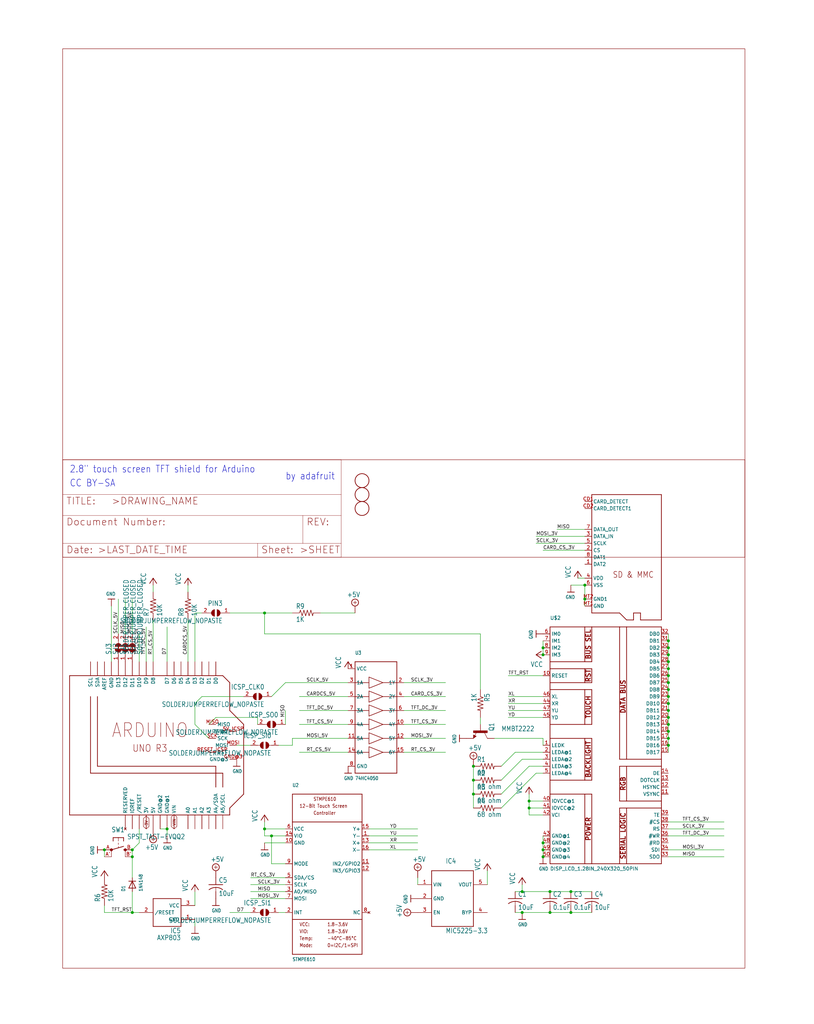
<source format=kicad_sch>
(kicad_sch (version 20211123) (generator eeschema)
  (paper "User" 297.002 373.38)
  (lib_symbols
    (symbol "schematicEagle-eagle-import:+5V" (power)
      (property "Value" "+5V" (at -1.905 3.175 0))
      (symbol "+5V_1_0"
        (pin power_in line (at 0 -2.54 90) (length 2.54) (name "+5V") (number "1"))
      )
    )
    (symbol "schematicEagle-eagle-import:-NPN-SOT23-BEC"
      (property "Reference" "T" (at -10.16 7.62 0))
      (property "Value" "-NPN-SOT23-BEC" (at -10.16 5.08 0))
      (symbol "-NPN-SOT23-BEC_1_0"
        (pin passive line (at -2.54 0 0) (length 2.54) (name "B") (number "B"))
        (pin passive line (at 2.54 5.08 270) (length 2.54) (name "C") (number "C"))
        (pin passive line (at 2.54 -5.08 90) (length 2.54) (name "E") (number "E"))
      )
    )
    (symbol "schematicEagle-eagle-import:74HC4050D"
      (property "Reference" "U" (at -7.62 22.86 0))
      (property "Value" "74HC4050D" (at -7.62 -22.86 0))
      (symbol "74HC4050D_1_0"
        (pin bidirectional line (at -10.16 17.78 0) (length 2.54) (name "VCC") (number "1"))
        (pin bidirectional line (at 10.16 -2.54 180) (length 2.54) (name "4Y") (number "10"))
        (pin bidirectional line (at -10.16 -7.62 0) (length 2.54) (name "5A") (number "11"))
        (pin bidirectional line (at 10.16 -7.62 180) (length 2.54) (name "5Y") (number "12"))
        (pin bidirectional line (at -10.16 -12.7 0) (length 2.54) (name "6A") (number "14"))
        (pin bidirectional line (at 10.16 -12.7 180) (length 2.54) (name "6Y") (number "15"))
        (pin bidirectional line (at 10.16 12.7 180) (length 2.54) (name "1Y") (number "2"))
        (pin bidirectional line (at -10.16 12.7 0) (length 2.54) (name "1A") (number "3"))
        (pin bidirectional line (at 10.16 7.62 180) (length 2.54) (name "2Y") (number "4"))
        (pin bidirectional line (at -10.16 7.62 0) (length 2.54) (name "2A") (number "5"))
        (pin bidirectional line (at 10.16 2.54 180) (length 2.54) (name "3Y") (number "6"))
        (pin bidirectional line (at -10.16 2.54 0) (length 2.54) (name "3A") (number "7"))
        (pin bidirectional line (at -10.16 -17.78 0) (length 2.54) (name "GND") (number "8"))
        (pin bidirectional line (at -10.16 -2.54 0) (length 2.54) (name "4A") (number "9"))
      )
    )
    (symbol "schematicEagle-eagle-import:ARDUINO_R3_ICSPSMT"
      (symbol "ARDUINO_R3_ICSPSMT_1_0"
        (text "ARDUINO" (at 15.24 27.94 0) (effects (font (size 5.08 4.318)) (justify left bottom)))
        (text "UNO R3" (at 22.86 22.86 0) (effects (font (size 2.54 2.159)) (justify left bottom)))
        (pin power_in line (at 27.94 -5.08 90) (length 5.08) (name "3V") (number "3V"))
        (pin power_in line (at 30.48 -5.08 90) (length 5.08) (name "5V") (number "5V"))
        (pin passive line (at 60.96 30.48 180) (length 2.54) (name "5V@1") (number "5V_ICSP"))
        (pin bidirectional line (at 43.18 -5.08 90) (length 5.08) (name "A0") (number "A0"))
        (pin bidirectional line (at 45.72 -5.08 90) (length 5.08) (name "A1") (number "A1"))
        (pin bidirectional line (at 48.26 -5.08 90) (length 5.08) (name "A2") (number "A2"))
        (pin bidirectional line (at 50.8 -5.08 90) (length 5.08) (name "A3") (number "A3"))
        (pin bidirectional line (at 53.34 -5.08 90) (length 5.08) (name "A4/SDA") (number "A4"))
        (pin bidirectional line (at 55.88 -5.08 90) (length 5.08) (name "A5/SCL") (number "A5"))
        (pin bidirectional line (at 12.7 55.88 270) (length 5.08) (name "AREF") (number "AREF"))
        (pin bidirectional line (at 53.34 55.88 270) (length 5.08) (name "D0") (number "D0"))
        (pin bidirectional line (at 50.8 55.88 270) (length 5.08) (name "D1") (number "D1"))
        (pin bidirectional line (at 25.4 55.88 270) (length 5.08) (name "D10") (number "D10"))
        (pin bidirectional line (at 22.86 55.88 270) (length 5.08) (name "D11") (number "D11"))
        (pin bidirectional line (at 20.32 55.88 270) (length 5.08) (name "D12") (number "D12"))
        (pin bidirectional line (at 17.78 55.88 270) (length 5.08) (name "D13") (number "D13"))
        (pin bidirectional line (at 48.26 55.88 270) (length 5.08) (name "D2") (number "D2"))
        (pin bidirectional line (at 45.72 55.88 270) (length 5.08) (name "D3") (number "D3"))
        (pin bidirectional line (at 43.18 55.88 270) (length 5.08) (name "D4") (number "D4"))
        (pin bidirectional line (at 40.64 55.88 270) (length 5.08) (name "D5") (number "D5"))
        (pin bidirectional line (at 38.1 55.88 270) (length 5.08) (name "D6") (number "D6"))
        (pin bidirectional line (at 35.56 55.88 270) (length 5.08) (name "D7") (number "D7"))
        (pin bidirectional line (at 30.48 55.88 270) (length 5.08) (name "D8") (number "D8"))
        (pin bidirectional line (at 27.94 55.88 270) (length 5.08) (name "D9") (number "D9"))
        (pin power_in line (at 15.24 55.88 270) (length 5.08) (name "GND") (number "GND"))
        (pin power_in line (at 35.56 -5.08 90) (length 5.08) (name "GND@1") (number "GND@1"))
        (pin power_in line (at 33.02 -5.08 90) (length 5.08) (name "GND@2") (number "GND@2"))
        (pin passive line (at 60.96 20.32 180) (length 2.54) (name "GND@3") (number "GND@3"))
        (pin output line (at 22.86 -5.08 90) (length 5.08) (name "IOREF") (number "IOREF"))
        (pin passive line (at 50.8 33.02 0) (length 2.54) (name "MISO") (number "MISO"))
        (pin passive line (at 60.96 25.4 180) (length 2.54) (name "MOSI") (number "MOSI"))
        (pin no_connect line (at 20.32 -5.08 90) (length 5.08) (name "RESERVED") (number "RESERVED"))
        (pin bidirectional line (at 25.4 -5.08 90) (length 5.08) (name "/RESET") (number "RESET"))
        (pin passive line (at 50.8 22.86 0) (length 2.54) (name "RST") (number "RESET_ICSP"))
        (pin passive line (at 50.8 27.94 0) (length 2.54) (name "SCK") (number "SCK"))
        (pin bidirectional line (at 7.62 55.88 270) (length 5.08) (name "SCL") (number "SCL"))
        (pin bidirectional line (at 10.16 55.88 270) (length 5.08) (name "SDA") (number "SDA"))
        (pin power_in line (at 38.1 -5.08 90) (length 5.08) (name "VIN") (number "VIN"))
      )
    )
    (symbol "schematicEagle-eagle-import:AXP083-SAG"
      (property "Reference" "IC" (at -5.08 -7.62 0))
      (property "Value" "AXP083-SAG" (at -5.08 -10.16 0))
      (symbol "AXP083-SAG_1_0"
        (pin power_in line (at -10.16 -2.54 0) (length 5.08) (name "GND") (number "1"))
        (pin output line (at 10.16 0 180) (length 5.08) (name "/RESET") (number "2"))
        (pin power_in line (at -10.16 2.54 0) (length 5.08) (name "VCC") (number "3"))
      )
    )
    (symbol "schematicEagle-eagle-import:C-USC0805K"
      (property "Reference" "C" (at 1.016 0.635 0))
      (property "Value" "C-USC0805K" (at 1.016 -4.191 0))
      (symbol "C-USC0805K_1_0"
        (pin passive line (at 0 2.54 270) (length 2.54) (name "1") (number "1"))
        (pin passive line (at 0 -5.08 90) (length 2.54) (name "2") (number "2"))
      )
    )
    (symbol "schematicEagle-eagle-import:DIODESOD-323F"
      (property "Reference" "D" (at -2.54 2.54 0))
      (property "Value" "DIODESOD-323F" (at -2.54 -3.81 0))
      (symbol "DIODESOD-323F_1_0"
        (pin passive line (at -2.54 0 0) (length 2.54) (name "A") (number "A"))
        (pin passive line (at 2.54 0 180) (length 2.54) (name "C") (number "C"))
      )
    )
    (symbol "schematicEagle-eagle-import:DISP_LCD_1.28IN_240X320_50PIN"
      (property "Value" "DISP_LCD_1.28IN_240X320_50PIN" (at -20.32 -48.26 0))
      (symbol "DISP_LCD_1.28IN_240X320_50PIN_1_0"
        (text "BACKLIGHT" (at -6.35 -7.62 900) (effects (font (size 1.6764 1.6764) (thickness 0.3353) bold)))
        (text "BUS SEL" (at -6.35 34.29 900) (effects (font (size 1.6764 1.6764) (thickness 0.3353) bold)))
        (text "DATA BUS" (at 6.35 15.24 900) (effects (font (size 1.6764 1.6764) (thickness 0.3353) bold)))
        (text "POWER" (at -6.35 -33.02 900) (effects (font (size 1.6764 1.6764) (thickness 0.3353) bold)))
        (text "RGB" (at 6.35 -16.51 900) (effects (font (size 1.6764 1.6764) (thickness 0.3353) bold)))
        (text "RST" (at -6.35 22.86 900) (effects (font (size 1.6764 1.6764) (thickness 0.3353) bold)))
        (text "SERIAL LOGIC" (at 6.35 -35.56 900) (effects (font (size 1.6764 1.6764) (thickness 0.3353) bold)))
        (text "TOUCH" (at -6.35 11.43 900) (effects (font (size 1.6764 1.6764) (thickness 0.3353) bold)))
        (pin bidirectional line (at -22.86 -2.54 0) (length 2.54) (name "LEDK") (number "1"))
        (pin bidirectional line (at -22.86 22.86 0) (length 2.54) (name "RESET") (number "10"))
        (pin bidirectional line (at 22.86 -20.32 180) (length 2.54) (name "VSYNC") (number "11"))
        (pin bidirectional line (at 22.86 -17.78 180) (length 2.54) (name "HSYNC") (number "12"))
        (pin bidirectional line (at 22.86 -15.24 180) (length 2.54) (name "DOTCLK") (number "13"))
        (pin bidirectional line (at 22.86 -12.7 180) (length 2.54) (name "DE") (number "14"))
        (pin bidirectional line (at 22.86 -5.08 180) (length 2.54) (name "DB17") (number "15"))
        (pin bidirectional line (at 22.86 -2.54 180) (length 2.54) (name "DB16") (number "16"))
        (pin bidirectional line (at 22.86 0 180) (length 2.54) (name "DB15") (number "17"))
        (pin bidirectional line (at 22.86 2.54 180) (length 2.54) (name "DB14") (number "18"))
        (pin bidirectional line (at 22.86 5.08 180) (length 2.54) (name "DB13") (number "19"))
        (pin bidirectional line (at -22.86 -5.08 0) (length 2.54) (name "LEDA@1") (number "2"))
        (pin bidirectional line (at 22.86 7.62 180) (length 2.54) (name "DB12") (number "20"))
        (pin bidirectional line (at 22.86 10.16 180) (length 2.54) (name "DB11") (number "21"))
        (pin bidirectional line (at 22.86 12.7 180) (length 2.54) (name "DB10") (number "22"))
        (pin bidirectional line (at 22.86 15.24 180) (length 2.54) (name "DB9") (number "23"))
        (pin bidirectional line (at 22.86 17.78 180) (length 2.54) (name "DB8") (number "24"))
        (pin bidirectional line (at 22.86 20.32 180) (length 2.54) (name "DB7") (number "25"))
        (pin bidirectional line (at 22.86 22.86 180) (length 2.54) (name "DB6") (number "26"))
        (pin bidirectional line (at 22.86 25.4 180) (length 2.54) (name "DB5") (number "27"))
        (pin bidirectional line (at 22.86 27.94 180) (length 2.54) (name "DB4") (number "28"))
        (pin bidirectional line (at 22.86 30.48 180) (length 2.54) (name "DB3") (number "29"))
        (pin bidirectional line (at -22.86 -7.62 0) (length 2.54) (name "LEDA@2") (number "3"))
        (pin bidirectional line (at 22.86 33.02 180) (length 2.54) (name "DB2") (number "30"))
        (pin bidirectional line (at 22.86 35.56 180) (length 2.54) (name "DB1") (number "31"))
        (pin bidirectional line (at 22.86 38.1 180) (length 2.54) (name "DB0") (number "32"))
        (pin bidirectional line (at 22.86 -43.18 180) (length 2.54) (name "SDO") (number "33"))
        (pin bidirectional line (at 22.86 -40.64 180) (length 2.54) (name "SDI") (number "34"))
        (pin bidirectional line (at 22.86 -38.1 180) (length 2.54) (name "#RD") (number "35"))
        (pin bidirectional line (at 22.86 -35.56 180) (length 2.54) (name "#WR") (number "36"))
        (pin bidirectional line (at 22.86 -33.02 180) (length 2.54) (name "RS") (number "37"))
        (pin bidirectional line (at 22.86 -30.48 180) (length 2.54) (name "#CS") (number "38"))
        (pin bidirectional line (at 22.86 -27.94 180) (length 2.54) (name "TE") (number "39"))
        (pin bidirectional line (at -22.86 -10.16 0) (length 2.54) (name "LEDA@3") (number "4"))
        (pin bidirectional line (at -22.86 -22.86 0) (length 2.54) (name "IOVCC@1") (number "40"))
        (pin bidirectional line (at -22.86 -25.4 0) (length 2.54) (name "IOVCC@2") (number "41"))
        (pin bidirectional line (at -22.86 -27.94 0) (length 2.54) (name "VCI") (number "42"))
        (pin bidirectional line (at -22.86 -35.56 0) (length 2.54) (name "GND@1") (number "43"))
        (pin bidirectional line (at -22.86 12.7 0) (length 2.54) (name "XR") (number "44"))
        (pin bidirectional line (at -22.86 7.62 0) (length 2.54) (name "YD") (number "45"))
        (pin bidirectional line (at -22.86 15.24 0) (length 2.54) (name "XL") (number "46"))
        (pin bidirectional line (at -22.86 10.16 0) (length 2.54) (name "YU") (number "47"))
        (pin bidirectional line (at -22.86 -38.1 0) (length 2.54) (name "GND@2") (number "48"))
        (pin bidirectional line (at -22.86 -40.64 0) (length 2.54) (name "GND@3") (number "49"))
        (pin bidirectional line (at -22.86 -12.7 0) (length 2.54) (name "LEDA@4") (number "5"))
        (pin bidirectional line (at -22.86 -43.18 0) (length 2.54) (name "GND@4") (number "50"))
        (pin bidirectional line (at -22.86 38.1 0) (length 2.54) (name "IM0") (number "6"))
        (pin bidirectional line (at -22.86 35.56 0) (length 2.54) (name "IM1") (number "7"))
        (pin bidirectional line (at -22.86 33.02 0) (length 2.54) (name "IM2") (number "8"))
        (pin bidirectional line (at -22.86 30.48 0) (length 2.54) (name "IM3") (number "9"))
      )
    )
    (symbol "schematicEagle-eagle-import:FIDUCIAL")
    (symbol "schematicEagle-eagle-import:GND" (power)
      (property "Value" "GND" (at -1.524 -2.54 0))
      (symbol "GND_1_0"
        (pin power_in line (at 0 2.54 270) (length 2.54) (name "GND") (number "1"))
      )
    )
    (symbol "schematicEagle-eagle-import:LETTER_L"
      (symbol "LETTER_L_2_0"
        (text ">DRAWING_NAME" (at 17.78 19.05 0) (effects (font (size 2.54 2.54)) (justify left bottom)))
        (text ">LAST_DATE_TIME" (at 12.7 1.27 0) (effects (font (size 2.54 2.54)) (justify left bottom)))
        (text ">SHEET" (at 86.36 1.27 0) (effects (font (size 2.54 2.54)) (justify left bottom)))
        (text "Date:" (at 1.27 1.27 0) (effects (font (size 2.54 2.54)) (justify left bottom)))
        (text "Document Number:" (at 1.27 11.43 0) (effects (font (size 2.54 2.54)) (justify left bottom)))
        (text "REV:" (at 88.9 11.43 0) (effects (font (size 2.54 2.54)) (justify left bottom)))
        (text "Sheet:" (at 72.39 1.27 0) (effects (font (size 2.54 2.54)) (justify left bottom)))
        (text "TITLE:" (at 1.27 19.05 0) (effects (font (size 2.54 2.54)) (justify left bottom)))
      )
    )
    (symbol "schematicEagle-eagle-import:LP298XS"
      (property "Reference" "IC" (at -12.7 -5.08 90))
      (property "Value" "LP298XS" (at 12.7 -5.08 90))
      (symbol "LP298XS_1_0"
        (pin bidirectional line (at -5.08 -15.24 90) (length 5.08) (name "VIN") (number "1"))
        (pin bidirectional line (at 0 -15.24 90) (length 5.08) (name "GND") (number "2"))
        (pin bidirectional line (at 5.08 -15.24 90) (length 5.08) (name "EN") (number "3"))
        (pin bidirectional line (at 5.08 10.16 270) (length 5.08) (name "BYP") (number "4"))
        (pin bidirectional line (at -5.08 10.16 270) (length 5.08) (name "VOUT") (number "5"))
      )
    )
    (symbol "schematicEagle-eagle-import:MICROSD"
      (symbol "MICROSD_1_0"
        (text "SD & MMC" (at -7.62 -10.16 0) (effects (font (size 2.1844 1.8567)) (justify left bottom)))
        (pin bidirectional line (at -17.78 -5.08 0) (length 2.54) (name "DAT2") (number "1"))
        (pin input line (at -17.78 0 0) (length 2.54) (name "CS") (number "2"))
        (pin input line (at -17.78 5.08 0) (length 2.54) (name "DATA_IN") (number "3"))
        (pin power_in line (at -17.78 -10.16 0) (length 2.54) (name "VDD") (number "4"))
        (pin input line (at -17.78 2.54 0) (length 2.54) (name "SCLK") (number "5"))
        (pin power_in line (at -17.78 -12.7 0) (length 2.54) (name "VSS") (number "6"))
        (pin output line (at -17.78 7.62 0) (length 2.54) (name "DATA_OUT") (number "7"))
        (pin bidirectional line (at -17.78 -2.54 0) (length 2.54) (name "DAT1") (number "8"))
        (pin passive line (at -17.78 17.78 0) (length 2.54) (name "CARD_DETECT") (number "CD1"))
        (pin passive line (at -17.78 15.24 0) (length 2.54) (name "CARD_DETECT1") (number "CD2"))
        (pin power_in line (at -17.78 -20.32 0) (length 2.54) (name "GND") (number "MT1"))
        (pin power_in line (at -17.78 -17.78 0) (length 2.54) (name "GND1") (number "MT2"))
      )
    )
    (symbol "schematicEagle-eagle-import:R-US_R0805"
      (property "Reference" "R" (at -3.81 1.4986 0))
      (property "Value" "R-US_R0805" (at -3.81 -3.302 0))
      (symbol "R-US_R0805_1_0"
        (pin passive line (at -5.08 0 0) (length 2.54) (name "1") (number "1"))
        (pin passive line (at 5.08 0 180) (length 2.54) (name "2") (number "2"))
      )
    )
    (symbol "schematicEagle-eagle-import:SOLDERJUMPERREFLOW_NOPASTE"
      (property "Reference" "SJ" (at -2.54 2.54 0))
      (property "Value" "SOLDERJUMPERREFLOW_NOPASTE" (at -2.54 -3.81 0))
      (symbol "SOLDERJUMPERREFLOW_NOPASTE_1_0"
        (pin passive line (at -5.08 0 0) (length 2.54) (name "1") (number "1"))
        (pin passive line (at 5.08 0 180) (length 2.54) (name "2") (number "2"))
      )
    )
    (symbol "schematicEagle-eagle-import:SOLDERJUMPER_CLOSED"
      (property "Reference" "SJ" (at -2.54 2.54 0))
      (property "Value" "SOLDERJUMPER_CLOSED" (at -2.54 -3.81 0))
      (symbol "SOLDERJUMPER_CLOSED_1_0"
        (pin passive line (at -5.08 0 0) (length 2.54) (name "1") (number "1"))
        (pin passive line (at 5.08 0 180) (length 2.54) (name "2") (number "2"))
      )
    )
    (symbol "schematicEagle-eagle-import:SPST_TACT-EVQQ2"
      (property "Reference" "SW" (at -6.35 -2.54 90))
      (property "Value" "SPST_TACT-EVQQ2" (at -3.81 3.175 90))
      (symbol "SPST_TACT-EVQQ2_1_0"
        (pin passive line (at 0 -5.08 90) (length 2.54) (name "P") (number "A"))
        (pin passive line (at 2.54 -5.08 90) (length 2.54) (name "P1") (number "A'"))
        (pin passive line (at 0 5.08 270) (length 2.54) (name "S") (number "B"))
        (pin passive line (at 2.54 5.08 270) (length 2.54) (name "S1") (number "B'"))
      )
    )
    (symbol "schematicEagle-eagle-import:STMPE610"
      (property "Reference" "U" (at -12.7 33.02 0))
      (property "Value" "STMPE610" (at -12.7 -30.48 0))
      (symbol "STMPE610_1_0"
        (text "-40°C-85°C" (at 0 -22.86 0) (effects (font (size 1.27 1.0795)) (justify left bottom)))
        (text "0=I2C/1=SPI" (at 0 -25.4 0) (effects (font (size 1.27 1.0795)) (justify left bottom)))
        (text "1.8-3.6V" (at 0 -20.32 0) (effects (font (size 1.27 1.0795)) (justify left bottom)))
        (text "1.8-3.6V" (at 0 -17.78 0) (effects (font (size 1.27 1.0795)) (justify left bottom)))
        (text "12-Bit Touch Screen" (at -10.16 25.4 0) (effects (font (size 1.27 1.0795)) (justify left bottom)))
        (text "Controller" (at -5.08 22.86 0) (effects (font (size 1.27 1.0795)) (justify left bottom)))
        (text "Mode:" (at -10.16 -25.4 0) (effects (font (size 1.27 1.0795)) (justify left bottom)))
        (text "STMPE610" (at -5.08 27.94 0) (effects (font (size 1.27 1.0795)) (justify left bottom)))
        (text "Temp:" (at -10.16 -22.86 0) (effects (font (size 1.27 1.0795)) (justify left bottom)))
        (text "VCC:" (at -10.16 -17.78 0) (effects (font (size 1.27 1.0795)) (justify left bottom)))
        (text "VIO:" (at -10.16 -20.32 0) (effects (font (size 1.27 1.0795)) (justify left bottom)))
        (pin input line (at 15.24 15.24 180) (length 2.54) (name "Y-") (number "1"))
        (pin power_in line (at -15.24 12.7 0) (length 2.54) (name "GND") (number "10"))
        (pin bidirectional line (at 15.24 5.08 180) (length 2.54) (name "IN2/GPIO2") (number "11"))
        (pin bidirectional line (at 15.24 2.54 180) (length 2.54) (name "IN3/GPIO3") (number "12"))
        (pin input line (at 15.24 12.7 180) (length 2.54) (name "X+") (number "13"))
        (pin power_in line (at -15.24 15.24 0) (length 2.54) (name "VIO") (number "14"))
        (pin input line (at 15.24 17.78 180) (length 2.54) (name "Y+") (number "15"))
        (pin input line (at 15.24 10.16 180) (length 2.54) (name "X-") (number "16"))
        (pin output line (at -15.24 -12.7 0) (length 2.54) (name "INT") (number "2"))
        (pin bidirectional line (at -15.24 -5.08 0) (length 2.54) (name "A0/MISO") (number "3"))
        (pin bidirectional line (at -15.24 -2.54 0) (length 2.54) (name "SCLK") (number "4"))
        (pin bidirectional line (at -15.24 0 0) (length 2.54) (name "SDA/CS") (number "5"))
        (pin power_in line (at -15.24 17.78 0) (length 2.54) (name "VCC") (number "6"))
        (pin input line (at -15.24 -7.62 0) (length 2.54) (name "MOSI") (number "7"))
        (pin no_connect line (at 15.24 -12.7 180) (length 2.54) (name "NC") (number "8"))
        (pin input line (at -15.24 5.08 0) (length 2.54) (name "MODE") (number "9"))
      )
    )
    (symbol "schematicEagle-eagle-import:VCC" (power)
      (property "Value" "VCC" (at -2.54 -2.54 90))
      (symbol "VCC_1_0"
        (pin power_in line (at 0 -2.54 90) (length 2.54) (name "VCC") (number "1"))
      )
    )
  )
  (junction (at 243.84 243.84))
  (junction (at 193.04 294.64))
  (junction (at 190.5 332.74))
  (junction (at 243.84 246.38))
  (junction (at 243.84 269.24))
  (junction (at 213.36 213.36))
  (junction (at 200.66 332.74))
  (junction (at 48.26 332.74))
  (junction (at 198.12 307.34))
  (junction (at 208.28 332.74))
  (junction (at 243.84 238.76))
  (junction (at 193.04 292.1))
  (junction (at 38.1 309.88))
  (junction (at 243.84 241.3))
  (junction (at 198.12 312.42))
  (junction (at 243.84 261.62))
  (junction (at 48.26 312.42))
  (junction (at 96.52 302.26))
  (junction (at 99.06 304.8))
  (junction (at 243.84 266.7))
  (junction (at 172.72 284.48))
  (junction (at 243.84 251.46))
  (junction (at 243.84 248.92))
  (junction (at 208.28 325.12))
  (junction (at 243.84 256.54))
  (junction (at 198.12 238.76))
  (junction (at 243.84 233.68))
  (junction (at 243.84 271.78))
  (junction (at 213.36 218.44))
  (junction (at 243.84 259.08))
  (junction (at 60.96 302.26))
  (junction (at 198.12 309.88))
  (junction (at 243.84 254))
  (junction (at 243.84 236.22))
  (junction (at 243.84 264.16))
  (junction (at 48.26 309.88))
  (junction (at 172.72 289.56))
  (junction (at 198.12 236.22))
  (junction (at 172.72 279.4))
  (junction (at 190.5 325.12))
  (junction (at 96.52 223.52))
  (junction (at 200.66 325.12))
  (wire (pts (xy 106.68 269.24) (xy 127 269.24)))
  (wire (pts (xy 53.34 241.3) (xy 53.34 228.6)))
  (wire (pts (xy 243.84 266.7) (xy 243.84 269.24)))
  (wire (pts (xy 190.5 332.74) (xy 200.66 332.74)))
  (wire (pts (xy 193.04 297.18) (xy 193.04 294.64)))
  (wire (pts (xy 71.12 223.52) (xy 73.66 223.52)))
  (wire (pts (xy 243.84 271.78) (xy 243.84 274.32)))
  (wire (pts (xy 208.28 325.12) (xy 215.9 325.12)))
  (wire (pts (xy 190.5 325.12) (xy 187.96 325.12)))
  (wire (pts (xy 96.52 302.26) (xy 96.52 304.8)))
  (wire (pts (xy 210.82 210.82) (xy 213.36 210.82)))
  (wire (pts (xy 147.32 254) (xy 162.56 254)))
  (wire (pts (xy 40.64 220.98) (xy 40.64 241.3)))
  (wire (pts (xy 243.84 259.08) (xy 243.84 261.62)))
  (wire (pts (xy 198.12 256.54) (xy 185.42 256.54)))
  (wire (pts (xy 50.8 241.3) (xy 50.8 231.14)))
  (wire (pts (xy 101.6 271.78) (xy 106.68 271.78)))
  (wire (pts (xy 109.22 259.08) (xy 127 259.08)))
  (wire (pts (xy 243.84 309.88) (xy 264.16 309.88)))
  (wire (pts (xy 38.1 309.88) (xy 38.1 312.42)))
  (wire (pts (xy 99.06 314.96) (xy 99.06 304.8)))
  (wire (pts (xy 203.2 193.04) (xy 213.36 193.04)))
  (wire (pts (xy 243.84 248.92) (xy 243.84 251.46)))
  (wire (pts (xy 243.84 312.42) (xy 264.16 312.42)))
  (wire (pts (xy 68.58 213.36) (xy 68.58 215.9)))
  (wire (pts (xy 96.52 223.52) (xy 83.82 223.52)))
  (wire (pts (xy 243.84 238.76) (xy 243.84 241.3)))
  (wire (pts (xy 198.12 233.68) (xy 198.12 236.22)))
  (wire (pts (xy 208.28 213.36) (xy 213.36 213.36)))
  (wire (pts (xy 198.12 200.66) (xy 213.36 200.66)))
  (wire (pts (xy 48.26 332.74) (xy 38.1 332.74)))
  (wire (pts (xy 101.6 332.74) (xy 104.14 332.74)))
  (wire (pts (xy 243.84 254) (xy 243.84 256.54)))
  (wire (pts (xy 147.32 274.32) (xy 162.56 274.32)))
  (wire (pts (xy 208.28 332.74) (xy 200.66 332.74)))
  (wire (pts (xy 86.36 271.78) (xy 91.44 271.78)))
  (wire (pts (xy 104.14 304.8) (xy 99.06 304.8)))
  (wire (pts (xy 193.04 292.1) (xy 198.12 292.1)))
  (wire (pts (xy 91.44 332.74) (xy 83.82 332.74)))
  (wire (pts (xy 182.88 289.56) (xy 193.04 279.4)))
  (wire (pts (xy 243.84 233.68) (xy 243.84 236.22)))
  (wire (pts (xy 147.32 259.08) (xy 162.56 259.08)))
  (wire (pts (xy 243.84 251.46) (xy 243.84 254)))
  (wire (pts (xy 106.68 271.78) (xy 106.68 269.24)))
  (wire (pts (xy 71.12 330.2) (xy 71.12 325.12)))
  (wire (pts (xy 48.26 325.12) (xy 48.26 332.74)))
  (wire (pts (xy 58.42 302.26) (xy 60.96 302.26)))
  (wire (pts (xy 198.12 261.62) (xy 185.42 261.62)))
  (wire (pts (xy 71.12 256.54) (xy 73.66 254)))
  (wire (pts (xy 243.84 299.72) (xy 264.16 299.72)))
  (wire (pts (xy 215.9 332.74) (xy 208.28 332.74)))
  (wire (pts (xy 147.32 248.92) (xy 162.56 248.92)))
  (wire (pts (xy 127 264.16) (xy 109.22 264.16)))
  (wire (pts (xy 50.8 332.74) (xy 48.26 332.74)))
  (wire (pts (xy 187.96 332.74) (xy 190.5 332.74)))
  (wire (pts (xy 243.84 269.24) (xy 243.84 271.78)))
  (wire (pts (xy 127 248.92) (xy 104.14 248.92)))
  (wire (pts (xy 60.96 241.3) (xy 60.96 228.6)))
  (wire (pts (xy 243.84 241.3) (xy 243.84 243.84)))
  (wire (pts (xy 195.58 281.94) (xy 198.12 281.94)))
  (wire (pts (xy 38.1 332.74) (xy 38.1 330.2)))
  (wire (pts (xy 172.72 289.56) (xy 172.72 294.64)))
  (wire (pts (xy 48.26 231.14) (xy 48.26 218.44)))
  (wire (pts (xy 243.84 246.38) (xy 243.84 248.92)))
  (wire (pts (xy 45.72 231.14) (xy 45.72 218.44)))
  (wire (pts (xy 193.04 294.64) (xy 193.04 292.1)))
  (wire (pts (xy 43.18 231.14) (xy 43.18 218.44)))
  (wire (pts (xy 182.88 279.4) (xy 187.96 274.32)))
  (wire (pts (xy 243.84 231.14) (xy 243.84 233.68)))
  (wire (pts (xy 76.2 264.16) (xy 78.74 261.62)))
  (wire (pts (xy 198.12 269.24) (xy 198.12 271.78)))
  (wire (pts (xy 187.96 274.32) (xy 198.12 274.32)))
  (wire (pts (xy 147.32 269.24) (xy 162.56 269.24)))
  (wire (pts (xy 243.84 243.84) (xy 243.84 246.38)))
  (wire (pts (xy 91.44 325.12) (xy 104.14 325.12)))
  (wire (pts (xy 193.04 292.1) (xy 193.04 289.56)))
  (wire (pts (xy 50.8 307.34) (xy 50.8 302.26)))
  (wire (pts (xy 55.88 241.3) (xy 55.88 226.06)))
  (wire (pts (xy 104.14 264.16) (xy 104.14 259.08)))
  (wire (pts (xy 129.54 223.52) (xy 116.84 223.52)))
  (wire (pts (xy 198.12 294.64) (xy 193.04 294.64)))
  (wire (pts (xy 213.36 198.12) (xy 195.58 198.12)))
  (wire (pts (xy 182.88 284.48) (xy 190.5 276.86)))
  (wire (pts (xy 93.98 261.62) (xy 93.98 264.16)))
  (wire (pts (xy 78.74 261.62) (xy 93.98 261.62)))
  (wire (pts (xy 73.66 254) (xy 88.9 254)))
  (wire (pts (xy 109.22 254) (xy 127 254)))
  (wire (pts (xy 71.12 335.28) (xy 71.12 337.82)))
  (wire (pts (xy 99.06 304.8) (xy 96.52 304.8)))
  (wire (pts (xy 243.84 236.22) (xy 243.84 238.76)))
  (wire (pts (xy 104.14 322.58) (xy 91.44 322.58)))
  (wire (pts (xy 48.26 312.42) (xy 48.26 309.88)))
  (wire (pts (xy 190.5 276.86) (xy 198.12 276.86)))
  (wire (pts (xy 134.62 309.88) (xy 152.4 309.88)))
  (wire (pts (xy 104.14 320.04) (xy 91.44 320.04)))
  (wire (pts (xy 175.26 261.62) (xy 175.26 264.16)))
  (wire (pts (xy 200.66 325.12) (xy 208.28 325.12)))
  (wire (pts (xy 104.14 314.96) (xy 99.06 314.96)))
  (wire (pts (xy 172.72 284.48) (xy 172.72 289.56)))
  (wire (pts (xy 71.12 264.16) (xy 71.12 256.54)))
  (wire (pts (xy 106.68 223.52) (xy 96.52 223.52)))
  (wire (pts (xy 243.84 302.26) (xy 264.16 302.26)))
  (wire (pts (xy 198.12 236.22) (xy 198.12 238.76)))
  (wire (pts (xy 55.88 215.9) (xy 55.88 213.36)))
  (wire (pts (xy 60.96 302.26) (xy 60.96 304.8)))
  (wire (pts (xy 99.06 254) (xy 104.14 248.92)))
  (wire (pts (xy 198.12 304.8) (xy 198.12 307.34)))
  (wire (pts (xy 185.42 259.08) (xy 198.12 259.08)))
  (wire (pts (xy 198.12 309.88) (xy 198.12 312.42)))
  (wire (pts (xy 182.88 294.64) (xy 195.58 281.94)))
  (wire (pts (xy 134.62 302.26) (xy 152.4 302.26)))
  (wire (pts (xy 48.26 309.88) (xy 50.8 307.34)))
  (wire (pts (xy 193.04 279.4) (xy 198.12 279.4)))
  (wire (pts (xy 134.62 304.8) (xy 152.4 304.8)))
  (wire (pts (xy 104.14 327.66) (xy 91.44 327.66)))
  (wire (pts (xy 213.36 218.44) (xy 213.36 213.36)))
  (wire (pts (xy 175.26 231.14) (xy 175.26 251.46)))
  (wire (pts (xy 243.84 264.16) (xy 243.84 266.7)))
  (wire (pts (xy 198.12 246.38) (xy 185.42 246.38)))
  (wire (pts (xy 213.36 195.58) (xy 195.58 195.58)))
  (wire (pts (xy 172.72 279.4) (xy 172.72 284.48)))
  (wire (pts (xy 68.58 241.3) (xy 68.58 226.06)))
  (wire (pts (xy 96.52 302.26) (xy 104.14 302.26)))
  (wire (pts (xy 198.12 307.34) (xy 198.12 309.88)))
  (wire (pts (xy 180.34 269.24) (xy 198.12 269.24)))
  (wire (pts (xy 200.66 325.12) (xy 190.5 325.12)))
  (wire (pts (xy 96.52 299.72) (xy 96.52 302.26)))
  (wire (pts (xy 190.5 322.58) (xy 190.5 325.12)))
  (wire (pts (xy 177.8 317.5) (xy 177.8 322.58)))
  (wire (pts (xy 71.12 241.3) (xy 71.12 223.52)))
  (wire (pts (xy 96.52 223.52) (xy 96.52 231.14)))
  (wire (pts (xy 147.32 264.16) (xy 162.56 264.16)))
  (wire (pts (xy 127 274.32) (xy 109.22 274.32)))
  (wire (pts (xy 193.04 297.18) (xy 198.12 297.18)))
  (wire (pts (xy 76.2 269.24) (xy 71.12 264.16)))
  (wire (pts (xy 198.12 254) (xy 185.42 254)))
  (wire (pts (xy 96.52 307.34) (xy 104.14 307.34)))
  (wire (pts (xy 134.62 307.34) (xy 152.4 307.34)))
  (wire (pts (xy 213.36 220.98) (xy 213.36 218.44)))
  (wire (pts (xy 243.84 261.62) (xy 243.84 264.16)))
  (wire (pts (xy 243.84 304.8) (xy 264.16 304.8)))
  (wire (pts (xy 243.84 256.54) (xy 243.84 259.08)))
  (wire (pts (xy 152.4 320.04) (xy 152.4 322.58)))
  (wire (pts (xy 48.26 320.04) (xy 48.26 312.42)))
  (wire (pts (xy 96.52 231.14) (xy 175.26 231.14)))
  (text "CC BY-SA" (at 25.4 177.8 180) (effects (font (size 2.54 2.159)) (justify left bottom)))
  (text "2.8\" touch screen TFT shield for Arduino" (at 25.4 172.72 180) (effects (font (size 2.54 2.159)) (justify left bottom)))
  (text "by adafruit~{}" (at 104.14 175.26 180) (effects (font (size 2.54 2.159)) (justify left bottom)))
  (label "XL" (at 185.42 254 0) (effects (font (size 1.2446 1.2446))))
  (label "RT_CS_3V" (at 149.86 274.32 0) (effects (font (size 1.2446 1.2446))))
  (label "TFT_RST" (at 185.42 246.38 0) (effects (font (size 1.2446 1.2446))))
  (label "RT_CS_3V" (at 91.44 320.04 0) (effects (font (size 1.2446 1.2446))))
  (label "SCLK_5V" (at 43.18 231.14 90) (effects (font (size 1.2446 1.2446))))
  (label "MOSI_3V" (at 248.92 309.88 0) (effects (font (size 1.2446 1.2446))))
  (label "XR" (at 185.42 256.54 0) (effects (font (size 1.2446 1.2446))))
  (label "SCLK_3V" (at 93.98 322.58 0) (effects (font (size 1.2446 1.2446))))
  (label "TFT_CS_3V" (at 149.86 264.16 0) (effects (font (size 1.2446 1.2446))))
  (label "TFT_DC_3V" (at 248.92 304.8 0) (effects (font (size 1.2446 1.2446))))
  (label "MISO" (at 93.98 325.12 0) (effects (font (size 1.2446 1.2446))))
  (label "XL" (at 142.24 309.88 0) (effects (font (size 1.2446 1.2446))))
  (label "TFT_DC_3V" (at 149.86 259.08 0) (effects (font (size 1.2446 1.2446))))
  (label "TFT_CS_3V" (at 248.92 299.72 0) (effects (font (size 1.2446 1.2446))))
  (label "YD" (at 142.24 302.26 0) (effects (font (size 1.2446 1.2446))))
  (label "CARDCS_5V" (at 68.58 238.76 90) (effects (font (size 1.2446 1.2446))))
  (label "SCLK_3V" (at 149.86 248.92 0) (effects (font (size 1.2446 1.2446))))
  (label "XR" (at 142.24 307.34 0) (effects (font (size 1.2446 1.2446))))
  (label "TFT_DC_5V" (at 111.76 259.08 0) (effects (font (size 1.2446 1.2446))))
  (label "TFT_DC_5V" (at 53.34 238.76 90) (effects (font (size 1.2446 1.2446))))
  (label "D7" (at 86.36 332.74 0) (effects (font (size 1.2446 1.2446))))
  (label "YU" (at 185.42 259.08 0) (effects (font (size 1.2446 1.2446))))
  (label "MOSI_5V" (at 111.76 269.24 0) (effects (font (size 1.2446 1.2446))))
  (label "MOSI_3V" (at 195.58 195.58 0) (effects (font (size 1.2446 1.2446))))
  (label "MISO" (at 45.72 231.14 90) (effects (font (size 1.2446 1.2446))))
  (label "SCLK_3V" (at 248.92 302.26 0) (effects (font (size 1.2446 1.2446))))
  (label "MOSI_3V" (at 149.86 269.24 0) (effects (font (size 1.2446 1.2446))))
  (label "MISO" (at 104.14 261.62 90) (effects (font (size 1.2446 1.2446))))
  (label "MOSI_5V" (at 48.26 231.14 90) (effects (font (size 1.2446 1.2446))))
  (label "RT_CS_5V" (at 111.76 274.32 0) (effects (font (size 1.2446 1.2446))))
  (label "CARDCS_5V" (at 111.76 254 0) (effects (font (size 1.2446 1.2446))))
  (label "TFT_CS_5V" (at 111.76 264.16 0) (effects (font (size 1.2446 1.2446))))
  (label "YU" (at 142.24 304.8 0) (effects (font (size 1.2446 1.2446))))
  (label "D7" (at 60.96 238.76 90) (effects (font (size 1.2446 1.2446))))
  (label "SCLK_3V" (at 195.58 198.12 0) (effects (font (size 1.2446 1.2446))))
  (label "MISO" (at 248.92 312.42 0) (effects (font (size 1.2446 1.2446))))
  (label "SCLK_5V" (at 111.76 248.92 0) (effects (font (size 1.2446 1.2446))))
  (label "CARD_CS_3V" (at 198.12 200.66 0) (effects (font (size 1.2446 1.2446))))
  (label "YD" (at 185.42 261.62 0) (effects (font (size 1.2446 1.2446))))
  (label "MISO" (at 203.2 193.04 0) (effects (font (size 1.2446 1.2446))))
  (label "RT_CS_5V" (at 55.88 238.76 90) (effects (font (size 1.2446 1.2446))))
  (label "TFT_RST" (at 40.64 332.74 0) (effects (font (size 1.2446 1.2446))))
  (label "MOSI_3V" (at 93.98 327.66 0) (effects (font (size 1.2446 1.2446))))
  (label "CARD_CS_3V" (at 149.86 254 0) (effects (font (size 1.2446 1.2446))))
  (label "TFT_CS_5V" (at 50.8 238.76 90) (effects (font (size 1.2446 1.2446))))
  (global_label "3V" (shape bidirectional) (at 53.34 302.26 90) (effects (font (size 1.016 1.016))) (property "Intersheet References" "${INTERSHEET_REFS}" (effects hide)))
  (global_label "VIN" (shape bidirectional) (at 63.5 302.26 90) (effects (font (size 1.016 1.016))) (property "Intersheet References" "${INTERSHEET_REFS}" (effects hide)))
  (symbol (lib_id "schematicEagle-eagle-import:GND") (at 149.86 327.66 270) (unit 1)
    (property "Reference" "#U$4" (effects hide))
    (property "Value" "GND" (at 147.32 326.136 0) (effects (font (size 1.27 1.0795)) (justify left bottom)))
    (property "Footprint" "schematicEagle:" (effects hide))
  )
  (symbol (lib_id "schematicEagle-eagle-import:R-US_R0805") (at 177.8 279.4 0) (unit 1)
    (property "Reference" "R1" (at 173.99 277.9014 0) (effects (font (size 1.778 1.5113)) (justify left bottom)))
    (property "Value" "68" (at 173.99 282.702 0) (effects (font (size 1.778 1.5113)) (justify left bottom)))
    (property "Footprint" "schematicEagle:R0805" (effects hide))
  )
  (symbol (lib_id "schematicEagle-eagle-import:C-USC0805K") (at 208.28 327.66 0) (unit 1)
    (property "Reference" "C3" (at 209.296 327.025 0) (effects (font (size 1.778 1.5113)) (justify left bottom)))
    (property "Value" "0.1uF" (at 209.296 331.851 0) (effects (font (size 1.778 1.5113)) (justify left bottom)))
    (property "Footprint" "schematicEagle:C0805K" (effects hide))
  )
  (symbol (lib_id "schematicEagle-eagle-import:DIODESOD-323F") (at 48.26 322.58 90) (unit 1)
    (property "Reference" "D1" (at 45.72 325.12 0) (effects (font (size 1.27 1.0795)) (justify left bottom)))
    (property "Value" "1N4148" (at 52.07 325.12 0) (effects (font (size 1.27 1.0795)) (justify left bottom)))
    (property "Footprint" "schematicEagle:SOD-323F" (effects hide))
  )
  (symbol (lib_id "schematicEagle-eagle-import:LETTER_L") (at 22.86 203.2 0) (unit 2)
    (property "Reference" "#FRAME1" (effects hide))
    (property "Value" "LETTER_L" (effects hide))
    (property "Footprint" "schematicEagle:" (effects hide))
  )
  (symbol (lib_id "schematicEagle-eagle-import:GND") (at 167.64 269.24 270) (unit 1)
    (property "Reference" "#U$6" (effects hide))
    (property "Value" "GND" (at 165.1 267.716 0) (effects (font (size 1.27 1.0795)) (justify left bottom)))
    (property "Footprint" "schematicEagle:" (effects hide))
  )
  (symbol (lib_id "schematicEagle-eagle-import:GND") (at 208.28 215.9 0) (mirror y) (unit 1)
    (property "Reference" "#GND4" (effects hide))
    (property "Value" "GND" (at 209.804 218.44 0) (effects (font (size 1.27 1.0795)) (justify left bottom)))
    (property "Footprint" "schematicEagle:" (effects hide))
  )
  (symbol (lib_id "schematicEagle-eagle-import:AXP083-SAG") (at 60.96 332.74 0) (mirror y) (unit 1)
    (property "Reference" "IC5" (at 66.04 340.36 0) (effects (font (size 1.778 1.5113)) (justify left bottom)))
    (property "Value" "AXP803" (at 66.04 342.9 0) (effects (font (size 1.778 1.5113)) (justify left bottom)))
    (property "Footprint" "schematicEagle:SOT23" (effects hide))
  )
  (symbol (lib_id "schematicEagle-eagle-import:VCC") (at 177.8 314.96 0) (unit 1)
    (property "Reference" "#P+5" (effects hide))
    (property "Value" "VCC" (at 175.26 317.5 90) (effects (font (size 1.778 1.5113)) (justify left bottom)))
    (property "Footprint" "schematicEagle:" (effects hide))
  )
  (symbol (lib_id "schematicEagle-eagle-import:VCC") (at 210.82 208.28 0) (unit 1)
    (property "Reference" "#P+8" (effects hide))
    (property "Value" "VCC" (at 208.28 210.82 90) (effects (font (size 1.778 1.5113)) (justify left bottom)))
    (property "Footprint" "schematicEagle:" (effects hide))
  )
  (symbol (lib_id "schematicEagle-eagle-import:+5V") (at 172.72 276.86 0) (unit 1)
    (property "Reference" "#SUPPLY4" (effects hide))
    (property "Value" "+5V" (at 170.815 273.685 0) (effects (font (size 1.778 1.5113)) (justify left bottom)))
    (property "Footprint" "schematicEagle:" (effects hide))
  )
  (symbol (lib_id "schematicEagle-eagle-import:VCC") (at 68.58 210.82 0) (unit 1)
    (property "Reference" "#P+11" (effects hide))
    (property "Value" "VCC" (at 66.04 213.36 90) (effects (font (size 1.778 1.5113)) (justify left bottom)))
    (property "Footprint" "schematicEagle:" (effects hide))
  )
  (symbol (lib_id "schematicEagle-eagle-import:+5V") (at 129.54 220.98 0) (mirror y) (unit 1)
    (property "Reference" "#SUPPLY1" (effects hide))
    (property "Value" "+5V" (at 131.445 217.805 0) (effects (font (size 1.778 1.5113)) (justify left bottom)))
    (property "Footprint" "schematicEagle:" (effects hide))
  )
  (symbol (lib_id "schematicEagle-eagle-import:GND") (at 190.5 335.28 0) (unit 1)
    (property "Reference" "#U$5" (effects hide))
    (property "Value" "GND" (at 188.976 337.82 0) (effects (font (size 1.27 1.0795)) (justify left bottom)))
    (property "Footprint" "schematicEagle:" (effects hide))
  )
  (symbol (lib_id "schematicEagle-eagle-import:SOLDERJUMPERREFLOW_NOPASTE") (at 99.06 264.16 0) (mirror y) (unit 1)
    (property "Reference" "ICSP_SO0" (at 101.6 261.62 0) (effects (font (size 1.778 1.5113)) (justify left bottom)))
    (property "Value" "SOLDERJUMPERREFLOW_NOPASTE" (at 101.6 267.97 0) (effects (font (size 1.778 1.5113)) (justify left bottom)))
    (property "Footprint" "schematicEagle:SOLDERJUMPER_REFLOW_NOPASTE" (effects hide))
  )
  (symbol (lib_id "schematicEagle-eagle-import:GND") (at 86.36 279.4 0) (unit 1)
    (property "Reference" "#U$12" (effects hide))
    (property "Value" "GND" (at 84.836 281.94 0) (effects (font (size 1.27 1.0795)) (justify left bottom)))
    (property "Footprint" "schematicEagle:" (effects hide))
  )
  (symbol (lib_id "schematicEagle-eagle-import:FIDUCIAL") (at 132.08 180.34 0) (unit 1)
    (property "Reference" "U$19" (effects hide))
    (property "Value" "FIDUCIAL" (effects hide))
    (property "Footprint" "schematicEagle:FIDUCIAL_1MM" (effects hide))
  )
  (symbol (lib_id "schematicEagle-eagle-import:VCC") (at 38.1 317.5 0) (unit 1)
    (property "Reference" "#P+3" (effects hide))
    (property "Value" "VCC" (at 35.56 320.04 90) (effects (font (size 1.778 1.5113)) (justify left bottom)))
    (property "Footprint" "schematicEagle:" (effects hide))
  )
  (symbol (lib_id "schematicEagle-eagle-import:SOLDERJUMPER_CLOSED") (at 45.72 236.22 90) (unit 1)
    (property "Reference" "SJ2" (at 43.18 238.76 0) (effects (font (size 1.778 1.5113)) (justify left bottom)))
    (property "Value" "SOLDERJUMPER_CLOSED" (at 49.53 238.76 0) (effects (font (size 1.778 1.5113)) (justify left bottom)))
    (property "Footprint" "schematicEagle:SOLDERJUMPER_CLOSEDWIRE" (effects hide))
  )
  (symbol (lib_id "schematicEagle-eagle-import:GND") (at 60.96 307.34 0) (unit 1)
    (property "Reference" "#U$16" (effects hide))
    (property "Value" "GND" (at 59.436 309.88 0) (effects (font (size 1.27 1.0795)) (justify left bottom)))
    (property "Footprint" "schematicEagle:" (effects hide))
  )
  (symbol (lib_id "schematicEagle-eagle-import:C-USC0805K") (at 200.66 327.66 0) (unit 1)
    (property "Reference" "C2" (at 201.676 327.025 0) (effects (font (size 1.778 1.5113)) (justify left bottom)))
    (property "Value" "0.1uF" (at 201.676 331.851 0) (effects (font (size 1.778 1.5113)) (justify left bottom)))
    (property "Footprint" "schematicEagle:C0805K" (effects hide))
  )
  (symbol (lib_id "schematicEagle-eagle-import:ARDUINO_R3_ICSPSMT") (at 25.4 297.18 0) (unit 1)
    (property "Reference" "U$17" (effects hide))
    (property "Value" "ARDUINO_R3_ICSPSMT" (effects hide))
    (property "Footprint" "schematicEagle:ARDUINOR3_ICSP_SMT" (effects hide))
  )
  (symbol (lib_id "schematicEagle-eagle-import:GND") (at 40.64 218.44 180) (unit 1)
    (property "Reference" "#U$15" (effects hide))
    (property "Value" "GND" (at 42.164 215.9 0) (effects (font (size 1.27 1.0795)) (justify left bottom)))
    (property "Footprint" "schematicEagle:" (effects hide))
  )
  (symbol (lib_id "schematicEagle-eagle-import:GND") (at 35.56 309.88 270) (unit 1)
    (property "Reference" "#U$18" (effects hide))
    (property "Value" "GND" (at 33.02 308.356 0) (effects (font (size 1.27 1.0795)) (justify left bottom)))
    (property "Footprint" "schematicEagle:" (effects hide))
  )
  (symbol (lib_id "schematicEagle-eagle-import:VCC") (at 193.04 287.02 0) (unit 1)
    (property "Reference" "#P+1" (effects hide))
    (property "Value" "VCC" (at 190.5 289.56 90) (effects (font (size 1.778 1.5113)) (justify left bottom)))
    (property "Footprint" "schematicEagle:" (effects hide))
  )
  (symbol (lib_id "schematicEagle-eagle-import:SOLDERJUMPERREFLOW_NOPASTE") (at 93.98 254 0) (mirror y) (unit 1)
    (property "Reference" "ICSP_CLK0" (at 96.52 251.46 0) (effects (font (size 1.778 1.5113)) (justify left bottom)))
    (property "Value" "SOLDERJUMPERREFLOW_NOPASTE" (at 96.52 257.81 0) (effects (font (size 1.778 1.5113)) (justify left bottom)))
    (property "Footprint" "schematicEagle:SOLDERJUMPER_REFLOW_NOPASTE" (effects hide))
  )
  (symbol (lib_id "schematicEagle-eagle-import:GND") (at 127 281.94 0) (unit 1)
    (property "Reference" "#U$9" (effects hide))
    (property "Value" "GND" (at 125.476 284.48 0) (effects (font (size 1.27 1.0795)) (justify left bottom)))
    (property "Footprint" "schematicEagle:" (effects hide))
  )
  (symbol (lib_id "schematicEagle-eagle-import:+5V") (at 149.86 332.74 90) (unit 1)
    (property "Reference" "#SUPPLY3" (effects hide))
    (property "Value" "+5V" (at 146.685 334.645 0) (effects (font (size 1.778 1.5113)) (justify left bottom)))
    (property "Footprint" "schematicEagle:" (effects hide))
  )
  (symbol (lib_id "schematicEagle-eagle-import:SOLDERJUMPER_CLOSED") (at 48.26 236.22 90) (unit 1)
    (property "Reference" "SJ1" (at 45.72 238.76 0) (effects (font (size 1.778 1.5113)) (justify left bottom)))
    (property "Value" "SOLDERJUMPER_CLOSED" (at 52.07 238.76 0) (effects (font (size 1.778 1.5113)) (justify left bottom)))
    (property "Footprint" "schematicEagle:SOLDERJUMPER_CLOSEDWIRE" (effects hide))
  )
  (symbol (lib_id "schematicEagle-eagle-import:+5V") (at 78.74 317.5 0) (unit 1)
    (property "Reference" "#SUPPLY5" (effects hide))
    (property "Value" "+5V" (at 76.835 314.325 0) (effects (font (size 1.778 1.5113)) (justify left bottom)))
    (property "Footprint" "schematicEagle:" (effects hide))
  )
  (symbol (lib_id "schematicEagle-eagle-import:VCC") (at 195.58 238.76 90) (unit 1)
    (property "Reference" "#P+2" (effects hide))
    (property "Value" "VCC" (at 198.12 241.3 90) (effects (font (size 1.778 1.5113)) (justify left bottom)))
    (property "Footprint" "schematicEagle:" (effects hide))
  )
  (symbol (lib_id "schematicEagle-eagle-import:STMPE610") (at 119.38 320.04 0) (unit 1)
    (property "Reference" "U2" (at 106.68 287.02 0) (effects (font (size 1.27 1.0795)) (justify left bottom)))
    (property "Value" "STMPE610" (at 106.68 350.52 0) (effects (font (size 1.27 1.0795)) (justify left bottom)))
    (property "Footprint" "schematicEagle:QFN16_3MM" (effects hide))
  )
  (symbol (lib_id "schematicEagle-eagle-import:74HC4050D") (at 137.16 261.62 0) (unit 1)
    (property "Reference" "U3" (at 129.54 238.76 0) (effects (font (size 1.27 1.0795)) (justify left bottom)))
    (property "Value" "74HC4050" (at 129.54 284.48 0) (effects (font (size 1.27 1.0795)) (justify left bottom)))
    (property "Footprint" "schematicEagle:SOIC16" (effects hide))
  )
  (symbol (lib_id "schematicEagle-eagle-import:GND") (at 78.74 330.2 0) (unit 1)
    (property "Reference" "#U$13" (effects hide))
    (property "Value" "GND" (at 77.216 332.74 0) (effects (font (size 1.27 1.0795)) (justify left bottom)))
    (property "Footprint" "schematicEagle:" (effects hide))
  )
  (symbol (lib_id "schematicEagle-eagle-import:C-USC0805K") (at 187.96 327.66 0) (unit 1)
    (property "Reference" "C1" (at 188.976 327.025 0) (effects (font (size 1.778 1.5113)) (justify left bottom)))
    (property "Value" "10uF" (at 188.976 331.851 0) (effects (font (size 1.778 1.5113)) (justify left bottom)))
    (property "Footprint" "schematicEagle:C0805K" (effects hide))
  )
  (symbol (lib_id "schematicEagle-eagle-import:GND") (at 71.12 340.36 0) (unit 1)
    (property "Reference" "#U$14" (effects hide))
    (property "Value" "GND" (at 69.596 342.9 0) (effects (font (size 1.27 1.0795)) (justify left bottom)))
    (property "Footprint" "schematicEagle:" (effects hide))
  )
  (symbol (lib_id "schematicEagle-eagle-import:R-US_R0805") (at 38.1 325.12 90) (unit 1)
    (property "Reference" "R6" (at 36.6014 328.93 0) (effects (font (size 1.778 1.5113)) (justify left bottom)))
    (property "Value" "10K" (at 41.402 328.93 0) (effects (font (size 1.778 1.5113)) (justify left bottom)))
    (property "Footprint" "schematicEagle:R0805" (effects hide))
  )
  (symbol (lib_id "schematicEagle-eagle-import:-NPN-SOT23-BEC") (at 175.26 266.7 270) (unit 1)
    (property "Reference" "Q1" (at 180.34 266.7 0) (effects (font (size 1.778 1.5113)) (justify right top)))
    (property "Value" "MMBT2222" (at 182.88 266.7 90) (effects (font (size 1.778 1.5113)) (justify left bottom)))
    (property "Footprint" "schematicEagle:SOT23-BEC" (effects hide))
  )
  (symbol (lib_id "schematicEagle-eagle-import:LETTER_L") (at 22.86 353.06 0) (unit 1)
    (property "Reference" "#FRAME1" (effects hide))
    (property "Value" "LETTER_L" (effects hide))
    (property "Footprint" "schematicEagle:" (effects hide))
  )
  (symbol (lib_id "schematicEagle-eagle-import:SOLDERJUMPER_CLOSED") (at 43.18 236.22 90) (unit 1)
    (property "Reference" "SJ3" (at 40.64 238.76 0) (effects (font (size 1.778 1.5113)) (justify left bottom)))
    (property "Value" "SOLDERJUMPER_CLOSED" (at 46.99 238.76 0) (effects (font (size 1.778 1.5113)) (justify left bottom)))
    (property "Footprint" "schematicEagle:SOLDERJUMPER_CLOSEDWIRE" (effects hide))
  )
  (symbol (lib_id "schematicEagle-eagle-import:LP298XS") (at 167.64 327.66 270) (unit 1)
    (property "Reference" "IC4" (at 162.56 314.96 90) (effects (font (size 1.778 1.5113)) (justify left bottom)))
    (property "Value" "MIC5225-3.3" (at 162.56 340.36 90) (effects (font (size 1.778 1.5113)) (justify left bottom)))
    (property "Footprint" "schematicEagle:SOT23-5L" (effects hide))
  )
  (symbol (lib_id "schematicEagle-eagle-import:R-US_R0805") (at 175.26 256.54 270) (unit 1)
    (property "Reference" "R5" (at 176.7586 252.73 0) (effects (font (size 1.778 1.5113)) (justify left bottom)))
    (property "Value" "1K" (at 171.958 252.73 0) (effects (font (size 1.778 1.5113)) (justify left bottom)))
    (property "Footprint" "schematicEagle:R0805" (effects hide))
  )
  (symbol (lib_id "schematicEagle-eagle-import:R-US_R0805") (at 111.76 223.52 0) (unit 1)
    (property "Reference" "R9" (at 107.95 222.0214 0) (effects (font (size 1.778 1.5113)) (justify left bottom)))
    (property "Value" "1K" (at 107.95 226.822 0) (effects (font (size 1.778 1.5113)) (justify left bottom)))
    (property "Footprint" "schematicEagle:R0805" (effects hide))
  )
  (symbol (lib_id "schematicEagle-eagle-import:+5V") (at 152.4 317.5 0) (unit 1)
    (property "Reference" "#SUPPLY2" (effects hide))
    (property "Value" "+5V" (at 150.495 314.325 0) (effects (font (size 1.778 1.5113)) (justify left bottom)))
    (property "Footprint" "schematicEagle:" (effects hide))
  )
  (symbol (lib_id "schematicEagle-eagle-import:VCC") (at 71.12 322.58 0) (unit 1)
    (property "Reference" "#P+9" (effects hide))
    (property "Value" "VCC" (at 68.58 325.12 90) (effects (font (size 1.778 1.5113)) (justify left bottom)))
    (property "Footprint" "schematicEagle:" (effects hide))
  )
  (symbol (lib_id "schematicEagle-eagle-import:MICROSD") (at 231.14 200.66 0) (unit 1)
    (property "Reference" "U$3" (effects hide))
    (property "Value" "MICROSD" (effects hide))
    (property "Footprint" "schematicEagle:MICROSD" (effects hide))
  )
  (symbol (lib_id "schematicEagle-eagle-import:VCC") (at 127 241.3 0) (unit 1)
    (property "Reference" "#P+12" (effects hide))
    (property "Value" "VCC" (at 124.46 243.84 90) (effects (font (size 1.778 1.5113)) (justify left bottom)))
    (property "Footprint" "schematicEagle:" (effects hide))
  )
  (symbol (lib_id "schematicEagle-eagle-import:R-US_R0805") (at 177.8 289.56 0) (unit 1)
    (property "Reference" "R3" (at 173.99 288.0614 0) (effects (font (size 1.778 1.5113)) (justify left bottom)))
    (property "Value" "68 ohm" (at 173.99 292.862 0) (effects (font (size 1.778 1.5113)) (justify left bottom)))
    (property "Footprint" "schematicEagle:R0805" (effects hide))
  )
  (symbol (lib_id "schematicEagle-eagle-import:FIDUCIAL") (at 132.08 175.26 0) (unit 1)
    (property "Reference" "U$10" (effects hide))
    (property "Value" "FIDUCIAL" (effects hide))
    (property "Footprint" "schematicEagle:FIDUCIAL_1MM" (effects hide))
  )
  (symbol (lib_id "schematicEagle-eagle-import:VCC") (at 190.5 320.04 0) (unit 1)
    (property "Reference" "#P+6" (effects hide))
    (property "Value" "VCC" (at 187.96 322.58 90) (effects (font (size 1.778 1.5113)) (justify left bottom)))
    (property "Footprint" "schematicEagle:" (effects hide))
  )
  (symbol (lib_id "schematicEagle-eagle-import:C-USC0805K") (at 78.74 322.58 0) (unit 1)
    (property "Reference" "C5" (at 79.756 321.945 0) (effects (font (size 1.778 1.5113)) (justify left bottom)))
    (property "Value" "10uF" (at 79.756 326.771 0) (effects (font (size 1.778 1.5113)) (justify left bottom)))
    (property "Footprint" "schematicEagle:C0805K" (effects hide))
  )
  (symbol (lib_id "schematicEagle-eagle-import:VCC") (at 96.52 297.18 0) (unit 1)
    (property "Reference" "#P+7" (effects hide))
    (property "Value" "VCC" (at 93.98 299.72 90) (effects (font (size 1.778 1.5113)) (justify left bottom)))
    (property "Footprint" "schematicEagle:" (effects hide))
  )
  (symbol (lib_id "schematicEagle-eagle-import:+5V") (at 55.88 304.8 180) (unit 1)
    (property "Reference" "#SUPPLY6" (effects hide))
    (property "Value" "+5V" (at 57.785 307.975 0) (effects (font (size 1.778 1.5113)) (justify left bottom)))
    (property "Footprint" "schematicEagle:" (effects hide))
  )
  (symbol (lib_id "schematicEagle-eagle-import:GND") (at 198.12 314.96 0) (unit 1)
    (property "Reference" "#U$8" (effects hide))
    (property "Value" "GND" (at 196.596 317.5 0) (effects (font (size 1.27 1.0795)) (justify left bottom)))
    (property "Footprint" "schematicEagle:" (effects hide))
  )
  (symbol (lib_id "schematicEagle-eagle-import:FIDUCIAL") (at 132.08 185.42 0) (unit 1)
    (property "Reference" "U$11" (effects hide))
    (property "Value" "FIDUCIAL" (effects hide))
    (property "Footprint" "schematicEagle:FIDUCIAL_1MM" (effects hide))
  )
  (symbol (lib_id "schematicEagle-eagle-import:R-US_R0805") (at 55.88 220.98 90) (unit 1)
    (property "Reference" "R7" (at 54.3814 224.79 0) (effects (font (size 1.778 1.5113)) (justify left bottom)))
    (property "Value" "10K" (at 59.182 224.79 0) (effects (font (size 1.778 1.5113)) (justify left bottom)))
    (property "Footprint" "schematicEagle:R0805" (effects hide))
  )
  (symbol (lib_id "schematicEagle-eagle-import:SPST_TACT-EVQQ2") (at 43.18 309.88 270) (unit 1)
    (property "Reference" "SW1" (at 40.64 303.53 90) (effects (font (size 1.778 1.5113)) (justify left bottom)))
    (property "Value" "SPST_TACT-EVQQ2" (at 46.355 306.07 90) (effects (font (size 1.778 1.5113)) (justify left bottom)))
    (property "Footprint" "schematicEagle:EVQ-Q2" (effects hide))
  )
  (symbol (lib_id "schematicEagle-eagle-import:GND") (at 96.52 309.88 0) (unit 1)
    (property "Reference" "#U$7" (effects hide))
    (property "Value" "GND" (at 94.996 312.42 0) (effects (font (size 1.27 1.0795)) (justify left bottom)))
    (property "Footprint" "schematicEagle:" (effects hide))
  )
  (symbol (lib_id "schematicEagle-eagle-import:DISP_LCD_1.28IN_240X320_50PIN") (at 220.98 269.24 0) (unit 1)
    (property "Reference" "U$2" (at 200.66 226.06 0) (effects (justify left bottom)))
    (property "Value" "DISP_LCD_1.28IN_240X320_50PIN" (at 200.66 317.5 0) (effects (justify left bottom)))
    (property "Footprint" "schematicEagle:TFT_2.83IN_240X320_50PIN" (effects hide))
  )
  (symbol (lib_id "schematicEagle-eagle-import:SOLDERJUMPERREFLOW_NOPASTE") (at 96.52 271.78 0) (mirror y) (unit 1)
    (property "Reference" "ICSP_SI0" (at 99.06 269.24 0) (effects (font (size 1.778 1.5113)) (justify left bottom)))
    (property "Value" "SOLDERJUMPERREFLOW_NOPASTE" (at 99.06 275.59 0) (effects (font (size 1.778 1.5113)) (justify left bottom)))
    (property "Footprint" "schematicEagle:SOLDERJUMPER_REFLOW_NOPASTE" (effects hide))
  )
  (symbol (lib_id "schematicEagle-eagle-import:R-US_R0805") (at 68.58 220.98 90) (unit 1)
    (property "Reference" "R8" (at 67.0814 224.79 0) (effects (font (size 1.778 1.5113)) (justify left bottom)))
    (property "Value" "10K" (at 71.882 224.79 0) (effects (font (size 1.778 1.5113)) (justify left bottom)))
    (property "Footprint" "schematicEagle:R0805" (effects hide))
  )
  (symbol (lib_id "schematicEagle-eagle-import:SOLDERJUMPERREFLOW_NOPASTE") (at 78.74 223.52 0) (mirror y) (unit 1)
    (property "Reference" "PIN3" (at 81.28 220.98 0) (effects (font (size 1.778 1.5113)) (justify left bottom)))
    (property "Value" "SOLDERJUMPERREFLOW_NOPASTE" (at 81.28 227.33 0) (effects (font (size 1.778 1.5113)) (justify left bottom)))
    (property "Footprint" "schematicEagle:SOLDERJUMPER_REFLOW_NOPASTE" (effects hide))
  )
  (symbol (lib_id "schematicEagle-eagle-import:SOLDERJUMPERREFLOW_NOPASTE") (at 96.52 332.74 0) (mirror y) (unit 1)
    (property "Reference" "ICSP_SI1" (at 99.06 330.2 0) (effects (font (size 1.778 1.5113)) (justify left bottom)))
    (property "Value" "SOLDERJUMPERREFLOW_NOPASTE" (at 99.06 336.55 0) (effects (font (size 1.778 1.5113)) (justify left bottom)))
    (property "Footprint" "schematicEagle:SOLDERJUMPER_REFLOW_NOPASTE" (effects hide))
  )
  (symbol (lib_id "schematicEagle-eagle-import:C-USC0805K") (at 215.9 327.66 0) (unit 1)
    (property "Reference" "C4" (at 216.916 327.025 0) (effects (font (size 1.778 1.5113)) (justify left bottom)))
    (property "Value" "10uF" (at 216.916 331.851 0) (effects (font (size 1.778 1.5113)) (justify left bottom)))
    (property "Footprint" "schematicEagle:C0805K" (effects hide))
  )
  (symbol (lib_id "schematicEagle-eagle-import:GND") (at 195.58 231.14 270) (unit 1)
    (property "Reference" "#U$1" (effects hide))
    (property "Value" "GND" (at 193.04 229.616 0) (effects (font (size 1.27 1.0795)) (justify left bottom)))
    (property "Footprint" "schematicEagle:" (effects hide))
  )
  (symbol (lib_id "schematicEagle-eagle-import:R-US_R0805") (at 177.8 284.48 0) (unit 1)
    (property "Reference" "R2" (at 173.99 282.9814 0) (effects (font (size 1.778 1.5113)) (justify left bottom)))
    (property "Value" "68 ohm" (at 173.99 287.782 0) (effects (font (size 1.778 1.5113)) (justify left bottom)))
    (property "Footprint" "schematicEagle:R0805" (effects hide))
  )
  (symbol (lib_id "schematicEagle-eagle-import:R-US_R0805") (at 177.8 294.64 0) (unit 1)
    (property "Reference" "R4" (at 173.99 293.1414 0) (effects (font (size 1.778 1.5113)) (justify left bottom)))
    (property "Value" "68 ohm" (at 173.99 297.942 0) (effects (font (size 1.778 1.5113)) (justify left bottom)))
    (property "Footprint" "schematicEagle:R0805" (effects hide))
  )
  (symbol (lib_id "schematicEagle-eagle-import:VCC") (at 55.88 210.82 0) (unit 1)
    (property "Reference" "#P+10" (effects hide))
    (property "Value" "VCC" (at 53.34 213.36 90) (effects (font (size 1.778 1.5113)) (justify left bottom)))
    (property "Footprint" "schematicEagle:" (effects hide))
  )
)
</source>
